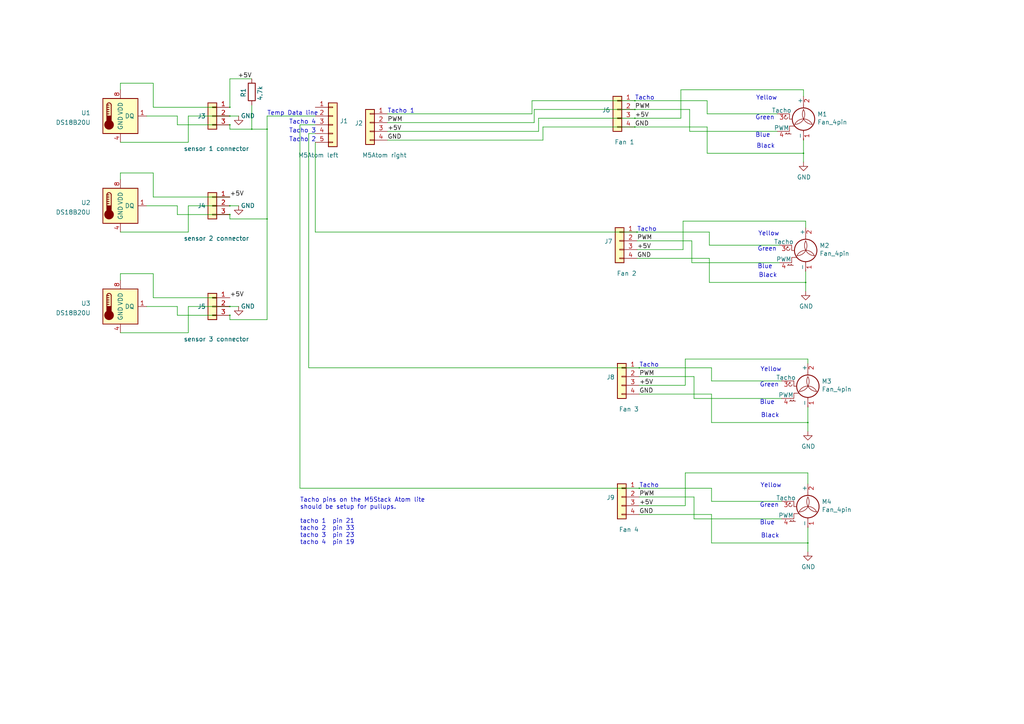
<source format=kicad_sch>
(kicad_sch (version 20210621) (generator eeschema)
  (paper "A4")
  (title_block (title "Prototype for NUC fan controller") (date "2021-07-15") (rev "V1.0"))
  (lib_symbols
    (symbol "Connector_Generic:Conn_01x03" (pin_names (offset 1.016) hide)
      (property "Reference" "J" (at 0 5.08 0))
      (property "Value" "Conn_01x03" (at 0 -5.08 0))
      (symbol "Conn_01x03_1_1"
        (rectangle (start -1.27 -2.413) (end 0 -2.667) (stroke (width 0.1524)))
        (rectangle (start -1.27 0.127) (end 0 -0.127) (stroke (width 0.1524)))
        (rectangle (start -1.27 2.667) (end 0 2.413) (stroke (width 0.1524)))
        (rectangle (start -1.27 3.81) (end 1.27 -3.81) (stroke (width 0.254)) (fill (type background)))
        (pin passive line (at -5.08 2.54 0) (length 3.81) (name "Pin_1") (number "1"))
        (pin passive line (at -5.08 0 0) (length 3.81) (name "Pin_2") (number "2"))
        (pin passive line (at -5.08 -2.54 0) (length 3.81) (name "Pin_3") (number "3"))
      )
    )
    (symbol "Connector_Generic:Conn_01x04" (pin_names (offset 1.016) hide)
      (property "Reference" "J" (at 0 5.08 0))
      (property "Value" "Conn_01x04" (at 0 -7.62 0))
      (symbol "Conn_01x04_1_1"
        (rectangle (start -1.27 -4.953) (end 0 -5.207) (stroke (width 0.1524)))
        (rectangle (start -1.27 -2.413) (end 0 -2.667) (stroke (width 0.1524)))
        (rectangle (start -1.27 0.127) (end 0 -0.127) (stroke (width 0.1524)))
        (rectangle (start -1.27 2.667) (end 0 2.413) (stroke (width 0.1524)))
        (rectangle (start -1.27 3.81) (end 1.27 -6.35) (stroke (width 0.254)) (fill (type background)))
        (pin passive line (at -5.08 2.54 0) (length 3.81) (name "Pin_1") (number "1"))
        (pin passive line (at -5.08 0 0) (length 3.81) (name "Pin_2") (number "2"))
        (pin passive line (at -5.08 -2.54 0) (length 3.81) (name "Pin_3") (number "3"))
        (pin passive line (at -5.08 -5.08 0) (length 3.81) (name "Pin_4") (number "4"))
      )
    )
    (symbol "Connector_Generic:Conn_01x05" (pin_names (offset 1.016) hide)
      (property "Reference" "J" (at 0 7.62 0))
      (property "Value" "Conn_01x05" (at 0 -7.62 0))
      (symbol "Conn_01x05_1_1"
        (rectangle (start -1.27 -4.953) (end 0 -5.207) (stroke (width 0.1524)))
        (rectangle (start -1.27 -2.413) (end 0 -2.667) (stroke (width 0.1524)))
        (rectangle (start -1.27 0.127) (end 0 -0.127) (stroke (width 0.1524)))
        (rectangle (start -1.27 2.667) (end 0 2.413) (stroke (width 0.1524)))
        (rectangle (start -1.27 5.207) (end 0 4.953) (stroke (width 0.1524)))
        (rectangle (start -1.27 6.35) (end 1.27 -6.35) (stroke (width 0.254)) (fill (type background)))
        (pin passive line (at -5.08 5.08 0) (length 3.81) (name "Pin_1") (number "1"))
        (pin passive line (at -5.08 2.54 0) (length 3.81) (name "Pin_2") (number "2"))
        (pin passive line (at -5.08 0 0) (length 3.81) (name "Pin_3") (number "3"))
        (pin passive line (at -5.08 -2.54 0) (length 3.81) (name "Pin_4") (number "4"))
        (pin passive line (at -5.08 -5.08 0) (length 3.81) (name "Pin_5") (number "5"))
      )
    )
    (symbol "Highend-plasma-speaker-rescue:GND-kicad_project_geiger-cache" (power) (pin_names (offset 0))
      (property "Value" "GND-kicad_project_geiger-cache" (at 0 -3.81 0))
      (symbol "GND-kicad_project_geiger-cache_0_1"
        (polyline (pts (xy 0 0) (xy 0 -1.27) (xy 1.27 -1.27) (xy 0 -2.54) (xy -1.27 -1.27) (xy 0 -1.27)))
      )
      (symbol "GND-kicad_project_geiger-cache_1_1"
        (pin power_in line (at 0 0 270) (length 0) hide (name "GND") (number "1"))
      )
    )
    (symbol "Highend-plasma-speaker-rescue:R-kicad_project_geiger-cache" (pin_numbers hide) (pin_names (offset 0))
      (property "Reference" "R" (at 2.032 0 90))
      (property "Value" "R-kicad_project_geiger-cache" (at 0 0 90))
      (symbol "R-kicad_project_geiger-cache_0_1"
        (rectangle (start -1.016 -2.54) (end 1.016 2.54) (stroke (width 0.254)))
      )
      (symbol "R-kicad_project_geiger-cache_1_1"
        (pin passive line (at 0 3.81 270) (length 1.27) (name "~") (number "1"))
        (pin passive line (at 0 -3.81 90) (length 1.27) (name "~") (number "2"))
      )
    )
    (symbol "Motor:Fan_4pin" (pin_names (offset 0))
      (property "Reference" "M" (at 2.54 5.08 0))
      (property "Value" "Fan_4pin" (at 2.54 -2.54 0))
      (symbol "Fan_4pin_0_0"
        (arc (start -5.588 1.524) (end -5.08 2.032) (radius (at -5.08 1.524) (length 0.508) (angles 180 90)))
        (arc (start -5.588 1.524) (end -4.572 1.524) (radius (at -5.08 1.524) (length 0.508) (angles -179.9 -0.1)))
        (polyline (pts (xy -5.08 2.032) (xy -5.334 2.159)))
        (polyline (pts (xy -5.08 2.032) (xy -5.207 1.778)))
        (polyline (pts (xy -4.064 2.54) (xy -4.064 1.016) (xy -3.302 1.016)))
      )
      (symbol "Fan_4pin_0_1"
        (arc (start 0 3.81) (end -2.54 -0.508) (radius (at -2.4892 2.3876) (length 2.8702) (angles 29.7 -91)))
        (arc (start -2.54 -0.508) (end 2.54 -0.508) (radius (at 0 -1.778) (length 2.8448) (angles 153.4 26.6)))
        (arc (start 2.54 -0.508) (end 0 3.81) (radius (at 2.6162 2.413) (length 2.921) (angles -91.5 151.9)))
        (circle (center 0 1.016) (radius 3.2512) (stroke (width 0.254)))
        (polyline (pts (xy -4.064 2.54) (xy -5.08 2.54)))
        (polyline (pts (xy 0 -5.08) (xy 0 -4.572)))
        (polyline (pts (xy 0 -2.2352) (xy 0 -2.6416)))
        (polyline (pts (xy 0 4.2672) (xy 0 4.6228)))
        (polyline (pts (xy 0 4.572) (xy 0 5.08)))
        (polyline (pts (xy -2.54 -1.016) (xy -4.064 -1.016) (xy -4.064 -2.54) (xy -5.08 -2.54)))
        (polyline (pts (xy -5.334 -3.302) (xy -5.08 -3.302) (xy -5.08 -3.048) (xy -4.826 -3.048) (xy -4.826 -3.302) (xy -4.318 -3.302) (xy -4.318 -3.048) (xy -4.064 -3.048) (xy -4.064 -3.302) (xy -3.556 -3.302)))
      )
      (symbol "Fan_4pin_1_1"
        (pin passive line (at 0 -5.08 90) (length 2.54) (name "-") (number "1"))
        (pin passive line (at 0 7.62 270) (length 2.54) (name "+") (number "2"))
        (pin passive line (at -7.62 2.54 0) (length 2.54) (name "Tacho") (number "3"))
        (pin input line (at -7.62 -2.54 0) (length 2.54) (name "PWM") (number "4"))
      )
    )
    (symbol "Sensor_Temperature:DS18B20U" (pin_names (offset 1.016))
      (property "Reference" "U" (at -3.81 6.35 0))
      (property "Value" "DS18B20U" (at 6.35 6.35 0))
      (symbol "DS18B20U_0_1"
        (arc (start -2.667 3.175) (end -3.937 3.175) (radius (at -3.302 3.175) (length 0.635) (angles 0.1 179.9)) (stroke (width 0.254)))
        (circle (center -3.302 -2.54) (radius 1.27) (stroke (width 0.254)) (fill (type outline)))
        (rectangle (start -2.667 -1.905) (end -3.937 0) (stroke (width 0.254)) (fill (type outline)))
        (rectangle (start -5.08 5.08) (end 5.08 -5.08) (stroke (width 0.254)) (fill (type background)))
        (polyline (pts (xy -3.937 0.635) (xy -3.302 0.635)) (stroke (width 0.254)))
        (polyline (pts (xy -3.937 1.27) (xy -3.302 1.27)) (stroke (width 0.254)))
        (polyline (pts (xy -3.937 1.905) (xy -3.302 1.905)) (stroke (width 0.254)))
        (polyline (pts (xy -3.937 2.54) (xy -3.302 2.54)) (stroke (width 0.254)))
        (polyline (pts (xy -3.937 3.175) (xy -3.937 0)) (stroke (width 0.254)))
        (polyline (pts (xy -3.937 3.175) (xy -3.302 3.175)) (stroke (width 0.254)))
        (polyline (pts (xy -2.667 3.175) (xy -2.667 0)) (stroke (width 0.254)))
      )
      (symbol "DS18B20U_1_1"
        (pin bidirectional line (at 7.62 0 180) (length 2.54) (name "DQ") (number "1"))
        (pin no_connect line (at -7.62 2.54 0) (length 2.54) hide (name "NC") (number "2"))
        (pin no_connect line (at -7.62 0 0) (length 2.54) hide (name "NC") (number "3"))
        (pin power_in line (at 0 -7.62 90) (length 2.54) (name "GND") (number "4"))
        (pin no_connect line (at -7.62 -2.54 0) (length 2.54) hide (name "NC") (number "5"))
        (pin no_connect line (at 7.62 2.54 180) (length 2.54) hide (name "NC") (number "6"))
        (pin no_connect line (at 7.62 -2.54 180) (length 2.54) hide (name "NC") (number "7"))
        (pin power_in line (at 0 7.62 270) (length 2.54) (name "VDD") (number "8"))
      )
    )
  )
  (junction (at 66.675 31.115) (diameter 0.259))
  (junction (at 66.675 33.655) (diameter 0.259))
  (junction (at 66.675 36.195) (diameter 0.259))
  (junction (at 66.675 59.69) (diameter 0.259))
  (junction (at 66.675 62.23) (diameter 0.259))
  (junction (at 66.675 88.9) (diameter 0.259))
  (junction (at 66.675 91.44) (diameter 0.259))
  (junction (at 73.025 37.465) (diameter 0.259))
  (junction (at 77.47 37.465) (diameter 0.259))
  (junction (at 77.47 63.5) (diameter 0.259))
  (junction (at 184.15 29.21) (diameter 0.259))
  (junction (at 184.15 31.75) (diameter 0.259))
  (junction (at 184.15 34.29) (diameter 0.259))
  (junction (at 184.15 36.83) (diameter 0.259))
  (junction (at 184.785 67.31) (diameter 0.259))
  (junction (at 185.42 106.68) (diameter 0.259))
  (junction (at 185.42 141.605) (diameter 0.259))
  (junction (at 233.045 44.45) (diameter 0.259))
  (junction (at 233.68 81.915) (diameter 0.259))
  (junction (at 234.315 122.555) (diameter 0.259))
  (junction (at 234.315 157.48) (diameter 0.259))
  (wire (pts (xy 34.925 24.13) (xy 34.925 26.035)))
  (wire (pts (xy 34.925 24.13) (xy 44.45 24.13)))
  (wire (pts (xy 34.925 41.275) (xy 54.61 41.275)))
  (wire (pts (xy 34.925 50.165) (xy 34.925 52.07)))
  (wire (pts (xy 34.925 50.165) (xy 44.45 50.165)))
  (wire (pts (xy 34.925 67.31) (xy 54.61 67.31)))
  (wire (pts (xy 34.925 79.375) (xy 34.925 81.28)))
  (wire (pts (xy 34.925 79.375) (xy 44.45 79.375)))
  (wire (pts (xy 34.925 96.52) (xy 54.61 96.52)))
  (wire (pts (xy 42.545 33.655) (xy 51.435 33.655)))
  (wire (pts (xy 42.545 59.69) (xy 51.435 59.69)))
  (wire (pts (xy 42.545 88.9) (xy 51.435 88.9)))
  (wire (pts (xy 44.45 24.13) (xy 44.45 31.115)))
  (wire (pts (xy 44.45 31.115) (xy 66.675 31.115)))
  (wire (pts (xy 44.45 50.165) (xy 44.45 57.15)))
  (wire (pts (xy 44.45 57.15) (xy 66.675 57.15)))
  (wire (pts (xy 44.45 79.375) (xy 44.45 86.36)))
  (wire (pts (xy 44.45 86.36) (xy 66.675 86.36)))
  (wire (pts (xy 51.435 33.655) (xy 51.435 36.195)))
  (wire (pts (xy 51.435 36.195) (xy 66.675 36.195)))
  (wire (pts (xy 51.435 59.69) (xy 51.435 62.23)))
  (wire (pts (xy 51.435 62.23) (xy 66.675 62.23)))
  (wire (pts (xy 51.435 88.9) (xy 51.435 91.44)))
  (wire (pts (xy 51.435 91.44) (xy 66.675 91.44)))
  (wire (pts (xy 54.61 33.655) (xy 66.675 33.655)))
  (wire (pts (xy 54.61 41.275) (xy 54.61 33.655)))
  (wire (pts (xy 54.61 59.69) (xy 66.675 59.69)))
  (wire (pts (xy 54.61 67.31) (xy 54.61 59.69)))
  (wire (pts (xy 54.61 88.9) (xy 66.675 88.9)))
  (wire (pts (xy 54.61 96.52) (xy 54.61 88.9)))
  (wire (pts (xy 66.675 22.86) (xy 66.675 31.115)))
  (wire (pts (xy 66.675 22.86) (xy 73.025 22.86)))
  (wire (pts (xy 66.675 33.655) (xy 69.215 33.655)))
  (wire (pts (xy 66.675 37.465) (xy 66.675 36.195)))
  (wire (pts (xy 66.675 37.465) (xy 73.025 37.465)))
  (wire (pts (xy 66.675 59.69) (xy 69.215 59.69)))
  (wire (pts (xy 66.675 63.5) (xy 66.675 62.23)))
  (wire (pts (xy 66.675 63.5) (xy 77.47 63.5)))
  (wire (pts (xy 66.675 88.9) (xy 69.215 88.9)))
  (wire (pts (xy 66.675 92.71) (xy 66.675 91.44)))
  (wire (pts (xy 66.675 92.71) (xy 77.47 92.71)))
  (wire (pts (xy 73.025 30.48) (xy 73.025 37.465)))
  (wire (pts (xy 73.025 37.465) (xy 77.47 37.465)))
  (wire (pts (xy 77.47 33.655) (xy 77.47 37.465)))
  (wire (pts (xy 77.47 33.655) (xy 91.44 33.655)))
  (wire (pts (xy 77.47 37.465) (xy 77.47 63.5)))
  (wire (pts (xy 77.47 63.5) (xy 77.47 92.71)))
  (wire (pts (xy 86.995 36.195) (xy 86.995 141.605)))
  (wire (pts (xy 86.995 141.605) (xy 185.42 141.605)))
  (wire (pts (xy 89.535 38.735) (xy 89.535 106.68)))
  (wire (pts (xy 89.535 106.68) (xy 185.42 106.68)))
  (wire (pts (xy 91.44 36.195) (xy 86.995 36.195)))
  (wire (pts (xy 91.44 38.735) (xy 89.535 38.735)))
  (wire (pts (xy 91.44 41.275) (xy 91.44 67.31)))
  (wire (pts (xy 91.44 67.31) (xy 184.785 67.31)))
  (wire (pts (xy 112.395 33.02) (xy 154.305 33.02)))
  (wire (pts (xy 112.395 35.56) (xy 154.94 35.56)))
  (wire (pts (xy 112.395 38.1) (xy 156.21 38.1)))
  (wire (pts (xy 112.395 40.64) (xy 157.48 40.64)))
  (wire (pts (xy 154.305 29.21) (xy 154.305 33.02)))
  (wire (pts (xy 154.305 29.21) (xy 184.15 29.21)))
  (wire (pts (xy 154.94 31.75) (xy 154.94 35.56)))
  (wire (pts (xy 154.94 31.75) (xy 184.15 31.75)))
  (wire (pts (xy 156.21 34.29) (xy 156.21 38.1)))
  (wire (pts (xy 156.21 34.29) (xy 184.15 34.29)))
  (wire (pts (xy 157.48 36.83) (xy 157.48 40.64)))
  (wire (pts (xy 157.48 36.83) (xy 184.15 36.83)))
  (wire (pts (xy 184.15 29.21) (xy 205.105 29.21)))
  (wire (pts (xy 184.15 34.29) (xy 197.485 34.29)))
  (wire (pts (xy 184.15 36.83) (xy 205.105 36.83)))
  (wire (pts (xy 184.785 67.31) (xy 205.74 67.31)))
  (wire (pts (xy 184.785 72.39) (xy 198.12 72.39)))
  (wire (pts (xy 184.785 74.93) (xy 205.74 74.93)))
  (wire (pts (xy 185.42 106.68) (xy 206.375 106.68)))
  (wire (pts (xy 185.42 111.76) (xy 198.755 111.76)))
  (wire (pts (xy 185.42 114.3) (xy 206.375 114.3)))
  (wire (pts (xy 185.42 141.605) (xy 206.375 141.605)))
  (wire (pts (xy 185.42 146.685) (xy 198.755 146.685)))
  (wire (pts (xy 185.42 149.225) (xy 206.375 149.225)))
  (wire (pts (xy 197.485 26.035) (xy 197.485 34.29)))
  (wire (pts (xy 198.12 64.135) (xy 198.12 72.39)))
  (wire (pts (xy 198.755 104.14) (xy 198.755 111.76)))
  (wire (pts (xy 198.755 137.16) (xy 198.755 146.685)))
  (wire (pts (xy 200.025 31.75) (xy 184.15 31.75)))
  (wire (pts (xy 200.025 38.1) (xy 200.025 31.75)))
  (wire (pts (xy 200.66 69.85) (xy 184.785 69.85)))
  (wire (pts (xy 200.66 76.2) (xy 200.66 69.85)))
  (wire (pts (xy 201.295 109.22) (xy 185.42 109.22)))
  (wire (pts (xy 201.295 115.57) (xy 201.295 109.22)))
  (wire (pts (xy 201.295 144.145) (xy 185.42 144.145)))
  (wire (pts (xy 201.295 150.495) (xy 201.295 144.145)))
  (wire (pts (xy 205.105 29.21) (xy 205.105 33.02)))
  (wire (pts (xy 205.105 33.02) (xy 225.425 33.02)))
  (wire (pts (xy 205.105 36.83) (xy 205.105 44.45)))
  (wire (pts (xy 205.105 44.45) (xy 233.045 44.45)))
  (wire (pts (xy 205.74 67.31) (xy 205.74 71.12)))
  (wire (pts (xy 205.74 71.12) (xy 226.06 71.12)))
  (wire (pts (xy 205.74 74.93) (xy 205.74 81.915)))
  (wire (pts (xy 205.74 81.915) (xy 233.68 81.915)))
  (wire (pts (xy 206.375 106.68) (xy 206.375 110.49)))
  (wire (pts (xy 206.375 110.49) (xy 226.695 110.49)))
  (wire (pts (xy 206.375 114.3) (xy 206.375 122.555)))
  (wire (pts (xy 206.375 122.555) (xy 234.315 122.555)))
  (wire (pts (xy 206.375 141.605) (xy 206.375 145.415)))
  (wire (pts (xy 206.375 145.415) (xy 226.695 145.415)))
  (wire (pts (xy 206.375 149.225) (xy 206.375 157.48)))
  (wire (pts (xy 206.375 157.48) (xy 234.315 157.48)))
  (wire (pts (xy 225.425 38.1) (xy 200.025 38.1)))
  (wire (pts (xy 226.06 76.2) (xy 200.66 76.2)))
  (wire (pts (xy 226.695 115.57) (xy 201.295 115.57)))
  (wire (pts (xy 226.695 150.495) (xy 201.295 150.495)))
  (wire (pts (xy 233.045 26.035) (xy 197.485 26.035)))
  (wire (pts (xy 233.045 26.035) (xy 233.045 27.94)))
  (wire (pts (xy 233.045 40.64) (xy 233.045 44.45)))
  (wire (pts (xy 233.045 44.45) (xy 233.045 46.99)))
  (wire (pts (xy 233.68 64.135) (xy 198.12 64.135)))
  (wire (pts (xy 233.68 64.135) (xy 233.68 66.04)))
  (wire (pts (xy 233.68 78.74) (xy 233.68 81.915)))
  (wire (pts (xy 233.68 81.915) (xy 233.68 84.455)))
  (wire (pts (xy 234.315 104.14) (xy 198.755 104.14)))
  (wire (pts (xy 234.315 104.14) (xy 234.315 105.41)))
  (wire (pts (xy 234.315 118.11) (xy 234.315 122.555)))
  (wire (pts (xy 234.315 122.555) (xy 234.315 125.095)))
  (wire (pts (xy 234.315 137.16) (xy 198.755 137.16)))
  (wire (pts (xy 234.315 137.16) (xy 234.315 140.335)))
  (wire (pts (xy 234.315 153.035) (xy 234.315 157.48)))
  (wire (pts (xy 234.315 157.48) (xy 234.315 160.02)))
  (text "Temp Data line" (at 77.47 33.655 0) (effects (font (size 1.27 1.27)) (justify left bottom)))
  (text "Tacho 4" (at 83.82 36.195 0) (effects (font (size 1.27 1.27)) (justify left bottom)))
  (text "Tacho 3" (at 83.82 38.735 0) (effects (font (size 1.27 1.27)) (justify left bottom)))
  (text "Tacho 2" (at 83.82 41.275 0) (effects (font (size 1.27 1.27)) (justify left bottom)))
  (text "Tacho pins on the M5Stack Atom lite \nshould be setup for pullups.\n\ntacho 1  pin 21\ntacho 2  pin 33\ntacho 3  pin 23\ntacho 4  pin 19\n" (at 86.995 158.115 0) (effects (font (size 1.27 1.27)) (justify left bottom)))
  (text "Tacho 1" (at 112.395 33.02 0) (effects (font (size 1.27 1.27)) (justify left bottom)))
  (text "Tacho" (at 184.15 29.21 0) (effects (font (size 1.27 1.27)) (justify left bottom)))
  (text "Tacho" (at 184.785 67.31 0) (effects (font (size 1.27 1.27)) (justify left bottom)))
  (text "Tacho" (at 185.42 106.68 0) (effects (font (size 1.27 1.27)) (justify left bottom)))
  (text "Tacho" (at 185.42 141.605 0) (effects (font (size 1.27 1.27)) (justify left bottom)))
  (text "Green" (at 219.075 34.925 0) (effects (font (size 1.27 1.27)) (justify left bottom)))
  (text "Blue\n" (at 219.075 40.005 0) (effects (font (size 1.27 1.27)) (justify left bottom)))
  (text "Green" (at 219.71 73.025 0) (effects (font (size 1.27 1.27)) (justify left bottom)))
  (text "Blue\n" (at 219.71 78.105 0) (effects (font (size 1.27 1.27)) (justify left bottom)))
  (text "Green" (at 220.345 112.395 0) (effects (font (size 1.27 1.27)) (justify left bottom)))
  (text "Blue\n" (at 220.345 117.475 0) (effects (font (size 1.27 1.27)) (justify left bottom)))
  (text "Green" (at 220.345 147.32 0) (effects (font (size 1.27 1.27)) (justify left bottom)))
  (text "Blue\n" (at 220.345 152.4 0) (effects (font (size 1.27 1.27)) (justify left bottom)))
  (text "Black\n" (at 224.79 43.18 180) (effects (font (size 1.27 1.27)) (justify right bottom)))
  (text "Yellow\n" (at 225.425 29.21 180) (effects (font (size 1.27 1.27)) (justify right bottom)))
  (text "Black\n" (at 225.425 80.645 180) (effects (font (size 1.27 1.27)) (justify right bottom)))
  (text "Yellow\n" (at 226.06 68.58 180) (effects (font (size 1.27 1.27)) (justify right bottom)))
  (text "Black\n" (at 226.06 121.285 180) (effects (font (size 1.27 1.27)) (justify right bottom)))
  (text "Black\n" (at 226.06 156.21 180) (effects (font (size 1.27 1.27)) (justify right bottom)))
  (text "Yellow\n" (at 226.695 107.95 180) (effects (font (size 1.27 1.27)) (justify right bottom)))
  (text "Yellow\n" (at 226.695 141.605 180) (effects (font (size 1.27 1.27)) (justify right bottom)))
  (label "+5V" (at 66.675 57.15 0))
  (label "+5V" (at 66.675 86.36 0))
  (label "+5V" (at 73.025 22.86 180))
  (label "PWM" (at 112.395 35.56 0))
  (label "+5V" (at 112.395 38.1 0))
  (label "GND" (at 112.395 40.64 0))
  (label "PWM" (at 184.15 31.75 0))
  (label "+5V" (at 184.15 34.29 0))
  (label "GND" (at 184.15 36.83 0))
  (label "PWM" (at 184.785 69.85 0))
  (label "+5V" (at 184.785 72.39 0))
  (label "GND" (at 184.785 74.93 0))
  (label "PWM" (at 185.42 109.22 0))
  (label "+5V" (at 185.42 111.76 0))
  (label "GND" (at 185.42 114.3 0))
  (label "PWM" (at 185.42 144.145 0))
  (label "+5V" (at 185.42 146.685 0))
  (label "GND" (at 185.42 149.225 0))
  (symbol (lib_id "Highend-plasma-speaker-rescue:GND-kicad_project_geiger-cache") (at 69.215 33.655 0) (unit 1)
    (property "Reference" "#PWR01" (effects hide))
    (property "Value" "GND" (at 71.882 33.6042 0))
  )
  (symbol (lib_id "Highend-plasma-speaker-rescue:GND-kicad_project_geiger-cache") (at 69.215 59.69 0) (unit 1)
    (property "Reference" "#PWR02" (effects hide))
    (property "Value" "GND" (at 71.882 59.6392 0))
  )
  (symbol (lib_id "Highend-plasma-speaker-rescue:GND-kicad_project_geiger-cache") (at 69.215 88.9 0) (unit 1)
    (property "Reference" "#PWR03" (effects hide))
    (property "Value" "GND" (at 71.882 88.8492 0))
  )
  (symbol (lib_id "Highend-plasma-speaker-rescue:GND-kicad_project_geiger-cache") (at 233.045 46.99 0) (unit 1)
    (property "Reference" "#PWR04" (effects hide))
    (property "Value" "GND" (at 233.172 51.3842 0))
  )
  (symbol (lib_id "Highend-plasma-speaker-rescue:GND-kicad_project_geiger-cache") (at 233.68 84.455 0) (unit 1)
    (property "Reference" "#PWR05" (effects hide))
    (property "Value" "GND" (at 233.807 88.8492 0))
  )
  (symbol (lib_id "Highend-plasma-speaker-rescue:GND-kicad_project_geiger-cache") (at 234.315 125.095 0) (unit 1)
    (property "Reference" "#PWR06" (effects hide))
    (property "Value" "GND" (at 234.442 129.4892 0))
  )
  (symbol (lib_id "Highend-plasma-speaker-rescue:GND-kicad_project_geiger-cache") (at 234.315 160.02 0) (unit 1)
    (property "Reference" "#PWR07" (effects hide))
    (property "Value" "GND" (at 234.442 164.4142 0))
  )
  (symbol (lib_id "Highend-plasma-speaker-rescue:R-kicad_project_geiger-cache") (at 73.025 26.67 180) (unit 1)
    (property "Reference" "R1" (at 70.5866 25.527 90) (effects (justify left)))
    (property "Value" "4.7k" (at 75.438 24.892 90) (effects (justify left)))
    (property "Footprint" "Resistor_SMD:R_1206_3216Metric_Pad1.42x1.75mm_HandSolder" (effects hide))
    (property "Datasheet" "https://www.digikey.jp/product-detail/en/stackpole-electronics-inc/RMCF1206JT2K20/RMCF1206JT2K20TR-ND/1757504" (effects hide))
  )
  (symbol (lib_id "Connector_Generic:Conn_01x03") (at 61.595 33.655 0) (mirror y) (unit 1)
    (property "Reference" "J3" (at 59.69 33.655 0) (effects (justify left)))
    (property "Value" "sensor 1 connector" (at 72.263 43.11 0) (effects (justify left)))
    (property "Footprint" "Connector_PinHeader_2.54mm:PinHeader_1x03_P2.54mm_Vertical" (effects hide))
  )
  (symbol (lib_id "Connector_Generic:Conn_01x03") (at 61.595 59.69 0) (mirror y) (unit 1)
    (property "Reference" "J4" (at 59.69 59.69 0) (effects (justify left)))
    (property "Value" "sensor 2 connector" (at 72.263 69.145 0) (effects (justify left)))
    (property "Footprint" "Connector_PinHeader_2.54mm:PinHeader_1x03_P2.54mm_Vertical" (effects hide))
  )
  (symbol (lib_id "Connector_Generic:Conn_01x03") (at 61.595 88.9 0) (mirror y) (unit 1)
    (property "Reference" "J5" (at 59.69 88.9 0) (effects (justify left)))
    (property "Value" "sensor 3 connector" (at 72.263 98.355 0) (effects (justify left)))
    (property "Footprint" "Connector_PinHeader_2.54mm:PinHeader_1x03_P2.54mm_Vertical" (effects hide))
  )
  (symbol (lib_id "Connector_Generic:Conn_01x04") (at 107.315 35.56 0) (mirror y) (unit 1)
    (property "Reference" "J2" (at 105.2829 35.7314 0) (effects (justify left)))
    (property "Value" "M5Atom right" (at 117.983 45.015 0) (effects (justify left)))
    (property "Footprint" "Connector_PinHeader_2.54mm:PinHeader_1x04_P2.54mm_Vertical" (effects hide))
  )
  (symbol (lib_id "Connector_Generic:Conn_01x04") (at 179.07 31.75 0) (mirror y) (unit 1)
    (property "Reference" "J6" (at 177.0379 31.9214 0) (effects (justify left)))
    (property "Value" "Fan 1" (at 184.023 41.205 0) (effects (justify left)))
    (property "Footprint" "Connector_PinHeader_2.54mm:PinHeader_1x04_P2.54mm_Vertical" (effects hide))
  )
  (symbol (lib_id "Connector_Generic:Conn_01x04") (at 179.705 69.85 0) (mirror y) (unit 1)
    (property "Reference" "J7" (at 177.6729 70.0214 0) (effects (justify left)))
    (property "Value" "Fan 2" (at 184.658 79.305 0) (effects (justify left)))
    (property "Footprint" "Connector_PinHeader_2.54mm:PinHeader_1x04_P2.54mm_Vertical" (effects hide))
  )
  (symbol (lib_id "Connector_Generic:Conn_01x04") (at 180.34 109.22 0) (mirror y) (unit 1)
    (property "Reference" "J8" (at 178.3079 109.3914 0) (effects (justify left)))
    (property "Value" "Fan 3" (at 185.293 118.675 0) (effects (justify left)))
    (property "Footprint" "Connector_PinHeader_2.54mm:PinHeader_1x04_P2.54mm_Vertical" (effects hide))
  )
  (symbol (lib_id "Connector_Generic:Conn_01x04") (at 180.34 144.145 0) (mirror y) (unit 1)
    (property "Reference" "J9" (at 178.3079 144.3164 0) (effects (justify left)))
    (property "Value" "Fan 4" (at 185.293 153.6 0) (effects (justify left)))
    (property "Footprint" "Connector_PinHeader_2.54mm:PinHeader_1x04_P2.54mm_Vertical" (effects hide))
  )
  (symbol (lib_id "Connector_Generic:Conn_01x05") (at 96.52 36.195 0) (unit 1)
    (property "Reference" "J1" (at 98.5521 35.0964 0) (effects (justify left)))
    (property "Value" "M5Atom left" (at 86.487 45.015 0) (effects (justify left)))
    (property "Footprint" "Connector_PinSocket_2.54mm:PinSocket_1x06_P2.54mm_Vertical" (effects hide))
  )
  (symbol (lib_id "Motor:Fan_4pin") (at 233.045 35.56 0) (unit 1)
    (property "Reference" "M1" (at 237.0582 33.1216 0) (effects (justify left)))
    (property "Value" "Fan_4pin" (at 237.0582 35.433 0) (effects (justify left)))
    (property "Datasheet" "http://www.formfactors.org/developer%5Cspecs%5Crev1_2_public.pdf" (effects hide))
  )
  (symbol (lib_id "Motor:Fan_4pin") (at 233.68 73.66 0) (unit 1)
    (property "Reference" "M2" (at 237.6932 71.2216 0) (effects (justify left)))
    (property "Value" "Fan_4pin" (at 237.6932 73.533 0) (effects (justify left)))
    (property "Datasheet" "http://www.formfactors.org/developer%5Cspecs%5Crev1_2_public.pdf" (effects hide))
  )
  (symbol (lib_id "Motor:Fan_4pin") (at 234.315 113.03 0) (unit 1)
    (property "Reference" "M3" (at 238.3282 110.5916 0) (effects (justify left)))
    (property "Value" "Fan_4pin" (at 238.3282 112.903 0) (effects (justify left)))
    (property "Datasheet" "http://www.formfactors.org/developer%5Cspecs%5Crev1_2_public.pdf" (effects hide))
  )
  (symbol (lib_id "Motor:Fan_4pin") (at 234.315 147.955 0) (unit 1)
    (property "Reference" "M4" (at 238.3282 145.5166 0) (effects (justify left)))
    (property "Value" "Fan_4pin" (at 238.3282 147.828 0) (effects (justify left)))
    (property "Datasheet" "http://www.formfactors.org/developer%5Cspecs%5Crev1_2_public.pdf" (effects hide))
  )
  (symbol (lib_id "Sensor_Temperature:DS18B20U") (at 34.925 33.655 0) (unit 1)
    (property "Reference" "U1" (at 26.289 32.7465 0) (effects (justify right)))
    (property "Value" "DS18B20U" (at 26.289 35.5216 0) (effects (justify right)))
    (property "Datasheet" "http://datasheets.maximintegrated.com/en/ds/DS18B20.pdf" (effects hide))
  )
  (symbol (lib_id "Sensor_Temperature:DS18B20U") (at 34.925 59.69 0) (unit 1)
    (property "Reference" "U2" (at 26.289 58.7815 0) (effects (justify right)))
    (property "Value" "DS18B20U" (at 26.289 61.5566 0) (effects (justify right)))
    (property "Datasheet" "http://datasheets.maximintegrated.com/en/ds/DS18B20.pdf" (effects hide))
  )
  (symbol (lib_id "Sensor_Temperature:DS18B20U") (at 34.925 88.9 0) (unit 1)
    (property "Reference" "U3" (at 26.289 87.9915 0) (effects (justify right)))
    (property "Value" "DS18B20U" (at 26.289 90.7666 0) (effects (justify right)))
    (property "Datasheet" "http://datasheets.maximintegrated.com/en/ds/DS18B20.pdf" (effects hide))
  )
)
</source>
